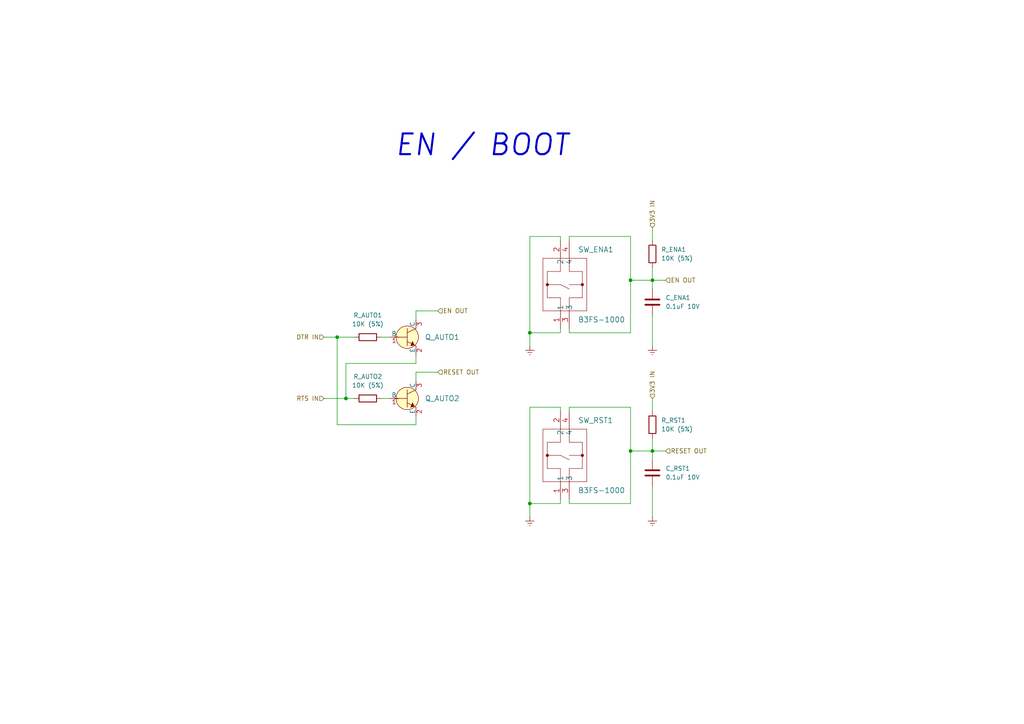
<source format=kicad_sch>
(kicad_sch (version 20211123) (generator eeschema)
  (paper "A4")
  (lib_symbols
    (symbol "2022-07-12_23-59-33:B3FS-1000" (pin_names (offset 0.254))
      (property "Reference" "SW" (at 20.32 10.16 0))
      (property "Value" "B3FS-1000" (at 20.32 7.62 0))
      (symbol "B3FS-1000_1_1"
        (polyline (pts (xy 12.7 -7.62) (xy 27.94 -7.62)) (stroke (width 0.127)))
        (polyline (pts (xy 12.7 -2.54) (xy 16.51 -2.54)) (stroke (width 0.127)))
        (polyline (pts (xy 12.7 0) (xy 16.51 0)) (stroke (width 0.127)))
        (polyline (pts (xy 12.7 5.08) (xy 12.7 -7.62)) (stroke (width 0.127)))
        (polyline (pts (xy 16.51 -6.35) (xy 24.13 -6.35)) (stroke (width 0.127)))
        (polyline (pts (xy 16.51 -2.54) (xy 16.51 -6.35)) (stroke (width 0.127)))
        (polyline (pts (xy 16.51 0) (xy 16.51 3.81)) (stroke (width 0.127)))
        (polyline (pts (xy 20.32 -2.54) (xy 20.32 -6.35)) (stroke (width 0.127)))
        (polyline (pts (xy 20.32 0) (xy 19.05 -2.54)) (stroke (width 0.127)))
        (polyline (pts (xy 20.32 3.81) (xy 20.32 0)) (stroke (width 0.127)))
        (polyline (pts (xy 24.13 -6.35) (xy 24.13 -2.54)) (stroke (width 0.127)))
        (polyline (pts (xy 24.13 -2.54) (xy 27.94 -2.54)) (stroke (width 0.127)))
        (polyline (pts (xy 24.13 0) (xy 24.13 3.81)) (stroke (width 0.127)))
        (polyline (pts (xy 24.13 3.81) (xy 16.51 3.81)) (stroke (width 0.127)))
        (polyline (pts (xy 27.94 -7.62) (xy 27.94 5.08)) (stroke (width 0.127)))
        (polyline (pts (xy 27.94 0) (xy 24.13 0)) (stroke (width 0.127)))
        (polyline (pts (xy 27.94 5.08) (xy 12.7 5.08)) (stroke (width 0.127)))
        (arc (start 20.066 -6.35) (mid 20.574 -6.35) (end 20.066 -6.35) (stroke (width 0.381)))
        (arc (start 20.066 3.81) (mid 20.574 3.81) (end 20.066 3.81) (stroke (width 0.381)))
        (circle (center 20.32 -6.35) (radius 0.254) (stroke (width 0.381)))
        (circle (center 20.32 3.81) (radius 0.254) (stroke (width 0.381)))
        (pin unspecified line (at 7.62 0 0) (length 5) (name "1") (number "1"))
        (pin unspecified line (at 33.02 0 180) (length 5) (name "2") (number "2"))
        (pin unspecified line (at 7.62 -2.54 0) (length 5) (name "3") (number "3"))
        (pin unspecified line (at 33.02 -2.54 180) (length 5) (name "4") (number "4"))
      )
    )
    (symbol "B3FS-1000_2" (pin_names (offset 0.254))
      (property "Reference" "SW" (at 20.32 10.16 0))
      (property "Value" "B3FS-1000_2" (at 20.32 7.62 0))
      (symbol "B3FS-1000_2_1_1"
        (polyline (pts (xy 12.7 -7.62) (xy 27.94 -7.62)) (stroke (width 0.127)))
        (polyline (pts (xy 12.7 -2.54) (xy 16.51 -2.54)) (stroke (width 0.127)))
        (polyline (pts (xy 12.7 0) (xy 16.51 0)) (stroke (width 0.127)))
        (polyline (pts (xy 12.7 5.08) (xy 12.7 -7.62)) (stroke (width 0.127)))
        (polyline (pts (xy 16.51 -6.35) (xy 24.13 -6.35)) (stroke (width 0.127)))
        (polyline (pts (xy 16.51 -2.54) (xy 16.51 -6.35)) (stroke (width 0.127)))
        (polyline (pts (xy 16.51 0) (xy 16.51 3.81)) (stroke (width 0.127)))
        (polyline (pts (xy 20.32 -2.54) (xy 20.32 -6.35)) (stroke (width 0.127)))
        (polyline (pts (xy 20.32 0) (xy 19.05 -2.54)) (stroke (width 0.127)))
        (polyline (pts (xy 20.32 3.81) (xy 20.32 0)) (stroke (width 0.127)))
        (polyline (pts (xy 24.13 -6.35) (xy 24.13 -2.54)) (stroke (width 0.127)))
        (polyline (pts (xy 24.13 -2.54) (xy 27.94 -2.54)) (stroke (width 0.127)))
        (polyline (pts (xy 24.13 0) (xy 24.13 3.81)) (stroke (width 0.127)))
        (polyline (pts (xy 24.13 3.81) (xy 16.51 3.81)) (stroke (width 0.127)))
        (polyline (pts (xy 27.94 -7.62) (xy 27.94 5.08)) (stroke (width 0.127)))
        (polyline (pts (xy 27.94 0) (xy 24.13 0)) (stroke (width 0.127)))
        (polyline (pts (xy 27.94 5.08) (xy 12.7 5.08)) (stroke (width 0.127)))
        (arc (start 20.066 -6.35) (mid 20.574 -6.35) (end 20.066 -6.35) (stroke (width 0.381)))
        (arc (start 20.066 3.81) (mid 20.574 3.81) (end 20.066 3.81) (stroke (width 0.381)))
        (circle (center 20.32 -6.35) (radius 0.254) (stroke (width 0.381)))
        (circle (center 20.32 3.81) (radius 0.254) (stroke (width 0.381)))
        (pin unspecified line (at 7.62 0 0) (length 5) (name "1") (number "1"))
        (pin unspecified line (at 33.02 0 180) (length 5) (name "2") (number "2"))
        (pin unspecified line (at 7.62 -2.54 0) (length 5) (name "3") (number "3"))
        (pin unspecified line (at 33.02 -2.54 180) (length 5) (name "4") (number "4"))
      )
    )
    (symbol "Device:C" (pin_numbers hide) (pin_names (offset 0.254))
      (property "Reference" "C" (at 0.635 2.54 0))
      (property "Value" "C" (at 0.635 -2.54 0))
      (symbol "C_0_1"
        (polyline (pts (xy -2.032 -0.762) (xy 2.032 -0.762)) (stroke (width 0.508)))
        (polyline (pts (xy -2.032 0.762) (xy 2.032 0.762)) (stroke (width 0.508)))
      )
      (symbol "C_1_1"
        (pin passive line (at 0 3.81 270) (length 2.794) (name "~") (number "1"))
        (pin passive line (at 0 -3.81 90) (length 2.794) (name "~") (number "2"))
      )
    )
    (symbol "Device:R" (pin_numbers hide) (pin_names (offset 0))
      (property "Reference" "R" (at 2.032 0 90))
      (property "Value" "R" (at 0 0 90))
      (symbol "R_0_1"
        (rectangle (start -1.016 -2.54) (end 1.016 2.54) (stroke (width 0.254)))
      )
      (symbol "R_1_1"
        (pin passive line (at 0 3.81 270) (length 1.27) (name "~") (number "1"))
        (pin passive line (at 0 -3.81 90) (length 1.27) (name "~") (number "2"))
      )
    )
    (symbol "dk_Transistors-Bipolar-BJT-Single:MMSS8050-H-TP" (pin_names (offset 0))
      (property "Reference" "Q" (at -3.2004 4.2164 0))
      (property "Value" "MMSS8050-H-TP" (at 5.2324 0 90))
      (symbol "MMSS8050-H-TP_0_1"
        (polyline (pts (xy -3.81 0) (xy -2.54 0)))
        (polyline (pts (xy -3.556 0) (xy 0 0)))
        (polyline (pts (xy 0 -1.27) (xy 2.54 -2.54)))
        (polyline (pts (xy 0 1.27) (xy 2.54 2.54)))
        (polyline (pts (xy 0 2.54) (xy 0 -2.54)))
        (polyline (pts (xy 1.524 -1.27) (xy 2.032 -2.286) (xy 1.016 -2.54) (xy 1.524 -1.27)) (fill (type outline)))
        (circle (center 0 0) (radius 3.2512) (fill (type background)))
      )
      (symbol "MMSS8050-H-TP_1_1"
        (pin input line (at -5.08 0 0) (length 2.54) (name "B") (number "1"))
        (pin passive line (at 2.54 -5.08 90) (length 2.54) (name "E") (number "2"))
        (pin passive line (at 2.54 5.08 270) (length 2.54) (name "C") (number "3"))
      )
    )
    (symbol "power:GNDREF" (power) (pin_names (offset 0))
      (property "Value" "GNDREF" (at 0 -3.81 0))
      (symbol "GNDREF_0_1"
        (polyline (pts (xy -0.635 -1.905) (xy 0.635 -1.905)))
        (polyline (pts (xy -0.127 -2.54) (xy 0.127 -2.54)))
        (polyline (pts (xy 0 -1.27) (xy 0 0)))
        (polyline (pts (xy 1.27 -1.27) (xy -1.27 -1.27)))
      )
      (symbol "GNDREF_1_1"
        (pin power_in line (at 0 0 270) (length 0) hide (name "GNDREF") (number "1"))
      )
    )
  )
  (junction (at 153.67 146.05))
  (junction (at 189.23 130.81))
  (junction (at 100.33 115.57))
  (junction (at 182.88 130.81))
  (junction (at 97.79 97.79))
  (junction (at 189.23 81.28))
  (junction (at 153.67 96.52))
  (junction (at 182.88 81.28))
  (wire (pts (xy 120.65 107.95) (xy 120.65 110.49)))
  (wire (pts (xy 153.67 118.11) (xy 153.67 146.05)))
  (wire (pts (xy 100.33 115.57) (xy 100.33 105.41)))
  (wire (pts (xy 165.1 96.52) (xy 165.1 95.25)))
  (wire (pts (xy 189.23 66.04) (xy 189.23 69.85)))
  (wire (pts (xy 182.88 130.81) (xy 182.88 146.05)))
  (wire (pts (xy 165.1 68.58) (xy 165.1 69.85)))
  (wire (pts (xy 153.67 68.58) (xy 162.56 68.58)))
  (wire (pts (xy 189.23 127) (xy 189.23 130.81)))
  (wire (pts (xy 165.1 146.05) (xy 182.88 146.05)))
  (wire (pts (xy 182.88 118.11) (xy 182.88 130.81)))
  (wire (pts (xy 97.79 97.79) (xy 97.79 123.19)))
  (wire (pts (xy 127 107.95) (xy 120.65 107.95)))
  (wire (pts (xy 189.23 100.33) (xy 189.23 91.44)))
  (wire (pts (xy 182.88 130.81) (xy 189.23 130.81)))
  (wire (pts (xy 153.67 68.58) (xy 153.67 96.52)))
  (wire (pts (xy 189.23 133.35) (xy 189.23 130.81)))
  (wire (pts (xy 120.65 90.17) (xy 120.65 92.71)))
  (wire (pts (xy 182.88 68.58) (xy 182.88 81.28)))
  (wire (pts (xy 165.1 68.58) (xy 182.88 68.58)))
  (wire (pts (xy 120.65 123.19) (xy 120.65 120.65)))
  (wire (pts (xy 165.1 118.11) (xy 182.88 118.11)))
  (wire (pts (xy 162.56 68.58) (xy 162.56 69.85)))
  (wire (pts (xy 182.88 81.28) (xy 182.88 96.52)))
  (wire (pts (xy 165.1 118.11) (xy 165.1 119.38)))
  (wire (pts (xy 100.33 115.57) (xy 102.87 115.57)))
  (wire (pts (xy 162.56 146.05) (xy 162.56 144.78)))
  (wire (pts (xy 189.23 130.81) (xy 193.04 130.81)))
  (wire (pts (xy 110.49 97.79) (xy 113.03 97.79)))
  (wire (pts (xy 189.23 77.47) (xy 189.23 81.28)))
  (wire (pts (xy 189.23 149.86) (xy 189.23 140.97)))
  (wire (pts (xy 189.23 81.28) (xy 182.88 81.28)))
  (wire (pts (xy 189.23 115.57) (xy 189.23 119.38)))
  (wire (pts (xy 153.67 118.11) (xy 162.56 118.11)))
  (wire (pts (xy 189.23 83.82) (xy 189.23 81.28)))
  (wire (pts (xy 165.1 96.52) (xy 182.88 96.52)))
  (wire (pts (xy 153.67 146.05) (xy 162.56 146.05)))
  (wire (pts (xy 93.98 115.57) (xy 100.33 115.57)))
  (wire (pts (xy 97.79 123.19) (xy 120.65 123.19)))
  (wire (pts (xy 189.23 81.28) (xy 193.04 81.28)))
  (wire (pts (xy 153.67 146.05) (xy 153.67 149.86)))
  (wire (pts (xy 162.56 96.52) (xy 162.56 95.25)))
  (wire (pts (xy 93.98 97.79) (xy 97.79 97.79)))
  (wire (pts (xy 110.49 115.57) (xy 113.03 115.57)))
  (wire (pts (xy 153.67 96.52) (xy 162.56 96.52)))
  (wire (pts (xy 100.33 105.41) (xy 120.65 105.41)))
  (wire (pts (xy 153.67 96.52) (xy 153.67 100.33)))
  (wire (pts (xy 127 90.17) (xy 120.65 90.17)))
  (wire (pts (xy 165.1 146.05) (xy 165.1 144.78)))
  (wire (pts (xy 162.56 118.11) (xy 162.56 119.38)))
  (wire (pts (xy 120.65 105.41) (xy 120.65 102.87)))
  (wire (pts (xy 97.79 97.79) (xy 102.87 97.79)))
  (text "EN / BOOT" (at 114.3 45.72 0) (effects (font (size 6 6) (thickness 0.6) bold italic) (justify left bottom)))
  (hierarchical_label "EN OUT" (shape input) (at 127 90.17 0))
  (hierarchical_label "EN OUT" (shape input) (at 193.04 81.28 0))
  (hierarchical_label "RTS IN" (shape input) (at 93.98 115.57 180))
  (hierarchical_label "RESET OUT" (shape input) (at 127 107.95 0))
  (hierarchical_label "3V3 IN" (shape input) (at 189.23 115.57 90))
  (hierarchical_label "DTR IN" (shape input) (at 93.98 97.79 180))
  (hierarchical_label "RESET OUT" (shape input) (at 193.04 130.81 0))
  (hierarchical_label "3V3 IN" (shape input) (at 189.23 66.04 90))
  (symbol (lib_id "Device:R") (at 106.68 97.79 90) (unit 1)
    (property "Reference" "R_AUTO1" (at 106.68 91.44 90))
    (property "Value" "10K (5%)" (at 106.68 93.98 90))
    (property "Footprint" "Resistor_SMD:R_0603_1608Metric_Pad0.98x0.95mm_HandSolder" (effects hide))
    (property "Datasheet" "https://br.mouser.com/datasheet/2/54/chp_a-1858677.pdf" (effects hide))
    (property "#" "CHP0603AFX-1002ELF" (effects hide))
    (property "Group" "Autoboot" (effects hide))
    (property "Obs" "wes" (effects hide))
    (property "Mouser" "OK" (effects hide))
  )
  (symbol (lib_id "dk_Transistors-Bipolar-BJT-Single:MMSS8050-H-TP") (at 118.11 115.57 0) (unit 1)
    (property "Reference" "Q_AUTO2" (at 123.19 115.57 0) (effects (font (size 1.524 1.524)) (justify left)))
    (property "Value" "SS8050" (effects hide))
    (property "Footprint" "Package_TO_SOT_SMD:SOT-23" (effects hide))
    (property "Datasheet" "https://br.mouser.com/datasheet/2/258/MMSS8050_SOT_23_-1626440.pdf" (effects hide))
    (property "#" "MMSS8050-L-TP" (effects hide))
    (property "Description" "TRANS NPN 25V 1.5A SOT23" (effects hide))
    (property "Group" "Autoboot" (effects hide))
    (property "Mouser" "OK" (effects hide))
  )
  (symbol (lib_id "power:GNDREF") (at 153.67 100.33 0) (unit 1)
    (property "Reference" "#PWR0107" (effects hide))
    (property "Value" "GNDREF" (effects hide))
  )
  (symbol (lib_id "power:GNDREF") (at 153.67 149.86 0) (unit 1)
    (property "Reference" "#PWR0109" (effects hide))
    (property "Value" "GNDREF" (effects hide))
  )
  (symbol (lib_id "Device:R") (at 189.23 123.19 0) (unit 1)
    (property "Reference" "R_RST1" (at 191.77 121.92 0) (effects (justify left)))
    (property "Value" "10K (5%)" (at 191.77 124.46 0) (effects (justify left)))
    (property "Footprint" "Resistor_SMD:R_0603_1608Metric_Pad0.98x0.95mm_HandSolder" (effects hide))
    (property "Datasheet" "https://br.mouser.com/datasheet/2/54/chp_a-1858677.pdf" (effects hide))
    (property "#" "CHP0603AFX-1002ELF" (effects hide))
    (property "Description" "Pullup" (effects hide))
    (property "Group" "Reset" (effects hide))
    (property "Obs" "wes" (effects hide))
    (property "Mouser" "OK" (effects hide))
  )
  (symbol (lib_name "B3FS-1000_2") (lib_id "2022-07-12_23-59-33:B3FS-1000") (at 162.56 102.87 90) (unit 1)
    (property "Reference" "SW_ENA1" (at 167.64 72.39 90) (effects (font (size 1.524 1.524)) (justify right)))
    (property "Value" "B3FS-1000" (at 167.64 92.71 90) (effects (font (size 1.524 1.524)) (justify right)))
    (property "Footprint" "b3fs:B3FS-1000" (effects hide))
    (property "Datasheet" "https://br.mouser.com/datasheet/2/307/omron_B3FS-1189765.pdf" (effects hide))
    (property "#" "B3FS-1000" (effects hide))
    (property "Description" "Momentary switch" (effects hide))
    (property "Group" "Enable" (effects hide))
    (property "Mouser" "OK" (effects hide))
  )
  (symbol (lib_id "power:GNDREF") (at 189.23 149.86 0) (unit 1)
    (property "Reference" "#PWR0160" (effects hide))
    (property "Value" "GNDREF" (effects hide))
  )
  (symbol (lib_id "Device:R") (at 106.68 115.57 90) (unit 1)
    (property "Reference" "R_AUTO2" (at 106.68 109.22 90))
    (property "Value" "10K (5%)" (at 106.68 111.76 90))
    (property "Footprint" "Resistor_SMD:R_0603_1608Metric_Pad0.98x0.95mm_HandSolder" (effects hide))
    (property "Datasheet" "https://br.mouser.com/datasheet/2/54/chp_a-1858677.pdf" (effects hide))
    (property "#" "CHP0603AFX-1002ELF" (effects hide))
    (property "Group" "Autoboot" (effects hide))
    (property "Obs" "wes" (effects hide))
    (property "Mouser" "OK" (effects hide))
  )
  (symbol (lib_id "Device:C") (at 189.23 87.63 180) (unit 1)
    (property "Reference" "C_ENA1" (at 193.04 86.36 0) (effects (justify right)))
    (property "Value" "0.1uF 10V" (at 193.04 88.9 0) (effects (justify right)))
    (property "Footprint" "Capacitor_SMD:C_0603_1608Metric_Pad1.08x0.95mm_HandSolder" (effects hide))
    (property "Datasheet" "https://product.tdk.com/system/files/dam/doc/product/capacitor/ceramic/mlcc/catalog/mlcc_automotive_general_en.pdf?ref_disty=mouser" (effects hide))
    (property "#" "CGA3E2X7R1H104K080AA" (effects hide))
    (property "Description" "Debounce" (effects hide))
    (property "Group" "Enable" (effects hide))
    (property "Mouser" "OK" (effects hide))
  )
  (symbol (lib_id "Device:C") (at 189.23 137.16 180) (unit 1)
    (property "Reference" "C_RST1" (at 193.04 135.89 0) (effects (justify right)))
    (property "Value" "0.1uF 10V" (at 193.04 138.43 0) (effects (justify right)))
    (property "Footprint" "Capacitor_SMD:C_0603_1608Metric_Pad1.08x0.95mm_HandSolder" (effects hide))
    (property "Datasheet" "https://product.tdk.com/system/files/dam/doc/product/capacitor/ceramic/mlcc/catalog/mlcc_automotive_general_en.pdf?ref_disty=mouser" (effects hide))
    (property "#" "CGA3E2X7R1H104K080AA" (effects hide))
    (property "Description" "Decouple" (effects hide))
    (property "Group" "Reset" (effects hide))
    (property "Mouser" "OK" (effects hide))
  )
  (symbol (lib_id "dk_Transistors-Bipolar-BJT-Single:MMSS8050-H-TP") (at 118.11 97.79 0) (unit 1)
    (property "Reference" "Q_AUTO1" (at 123.19 97.79 0) (effects (font (size 1.524 1.524)) (justify left)))
    (property "Value" "SS8050" (effects hide))
    (property "Footprint" "Package_TO_SOT_SMD:SOT-23" (effects hide))
    (property "Datasheet" "https://br.mouser.com/datasheet/2/258/MMSS8050_SOT_23_-1626440.pdf" (effects hide))
    (property "#" "MMSS8050-L-TP" (effects hide))
    (property "Description" "TRANS NPN 25V 1.5A SOT23" (effects hide))
    (property "Group" "Autoboot" (effects hide))
    (property "Mouser" "OK" (effects hide))
  )
  (symbol (lib_id "2022-07-12_23-59-33:B3FS-1000") (at 162.56 152.4 90) (unit 1)
    (property "Reference" "SW_RST1" (at 167.64 121.92 90) (effects (font (size 1.524 1.524)) (justify right)))
    (property "Value" "B3FS-1000" (at 167.64 142.24 90) (effects (font (size 1.524 1.524)) (justify right)))
    (property "Footprint" "b3fs:B3FS-1000" (effects hide))
    (property "Datasheet" "https://br.mouser.com/datasheet/2/307/omron_B3FS-1189765.pdf" (effects hide))
    (property "#" "B3FS-1000" (effects hide))
    (property "Description" "Momentary switch" (effects hide))
    (property "Group" "Reset" (effects hide))
    (property "Mouser" "OK" (effects hide))
  )
  (symbol (lib_id "Device:R") (at 189.23 73.66 180) (unit 1)
    (property "Reference" "R_ENA1" (at 191.77 72.39 0) (effects (justify right)))
    (property "Value" "10K (5%)" (at 191.77 74.93 0) (effects (justify right)))
    (property "Footprint" "Resistor_SMD:R_0603_1608Metric_Pad0.98x0.95mm_HandSolder" (effects hide))
    (property "Datasheet" "https://br.mouser.com/datasheet/2/54/chp_a-1858677.pdf" (effects hide))
    (property "#" "CHP0603AFX-1002ELF" (effects hide))
    (property "Description" "Pullup" (effects hide))
    (property "Group" "Enable" (effects hide))
    (property "Obs" "wes" (effects hide))
    (property "Mouser" "OK" (effects hide))
  )
  (symbol (lib_id "power:GNDREF") (at 189.23 100.33 0) (unit 1)
    (property "Reference" "#PWR0159" (effects hide))
    (property "Value" "GNDREF" (effects hide))
  )
)
</source>
